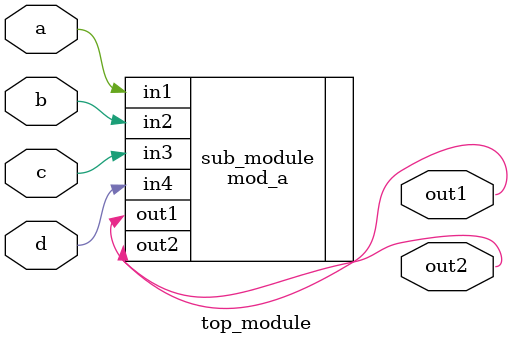
<source format=v>
module top_module ( 
    input a, 
    input b, 
    input c,
    input d,
    output out1,
    output out2
);
    mod_a sub_module(.out1(out1),.out2(out2),.in1(a),.in2(b),.in3(c),.in4(d));
endmodule

</source>
